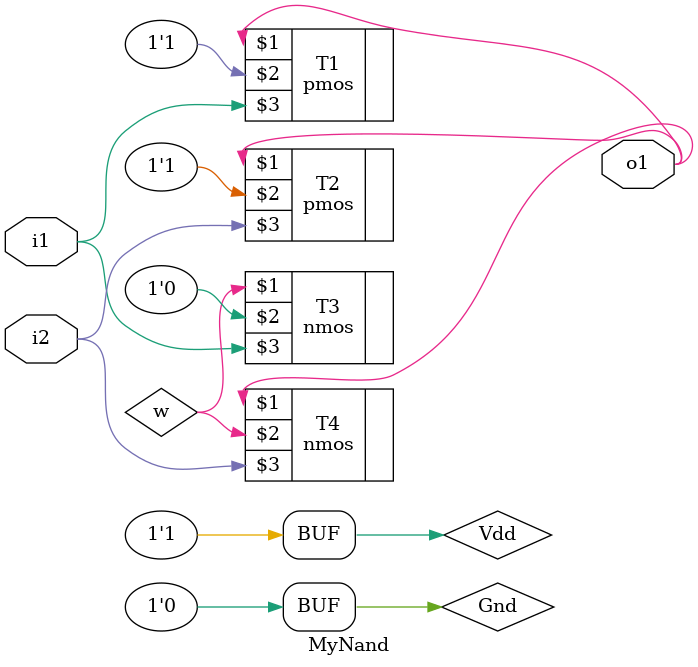
<source format=v>
`timescale 1ns/1ns
module MyNand (input i1, i2, output o1);
	supply1 Vdd;
	supply0 Gnd;
	pmos #(4,5,6) T1(o1, Vdd, i1), T2(o1, Vdd, i2);
	wire w;
	nmos #(3,4,5) T3(w, Gnd, i1), T4(o1, w, i2);
endmodule 
</source>
